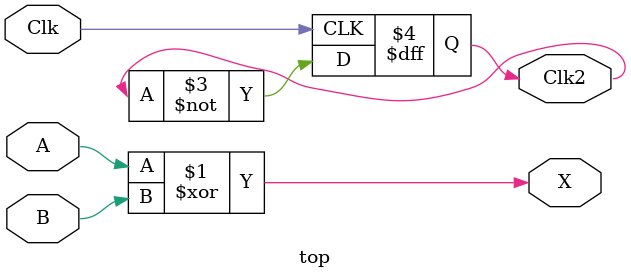
<source format=v>
module top (
    input Clk,
    input A,
    input B,

    output X,
    output reg Clk2
);

assign X = A ^ B;

always @(posedge Clk)
  Clk2 <= ~Clk2
;

endmodule

</source>
